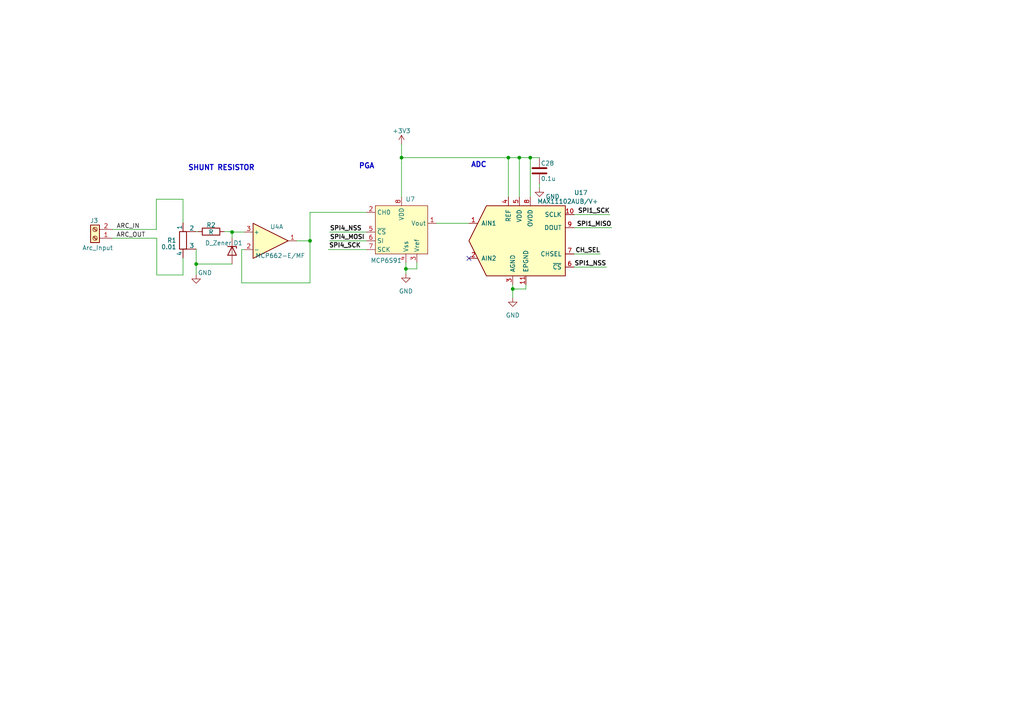
<source format=kicad_sch>
(kicad_sch (version 20230121) (generator eeschema)
  (paper "A4")
  (lib_symbols
    (symbol "Amplifier_Operational:MCP6L02x-xSN" (pin_names (offset 0.127))
      (property "Reference" "U" (at 2.54 6.35 0))
      (property "Value" "MCP6L02x-xSN" (at 2.54 3.81 0))
      (symbol "MCP6L02x-xSN_1_1"
        (polyline (pts (xy 5.08 0) (xy -5.08 5.08) (xy -5.08 -5.08) (xy 5.08 0)) (stroke (width 0.254)) (fill (type background)))
        (pin output line (at 7.62 0 180) (length 2.54) (name "~") (number "1"))
        (pin input line (at -7.62 -2.54 0) (length 2.54) (name "-") (number "2"))
        (pin input line (at -7.62 2.54 0) (length 2.54) (name "+") (number "3"))
      )
      (symbol "MCP6L02x-xSN_2_1"
        (polyline (pts (xy 5.08 0) (xy -5.08 5.08) (xy -5.08 -5.08) (xy 5.08 0)) (stroke (width 0.254)) (fill (type background)))
        (pin input line (at -7.62 2.54 0) (length 2.54) (name "+") (number "5"))
        (pin input line (at -7.62 -2.54 0) (length 2.54) (name "-") (number "6"))
        (pin output line (at 7.62 0 180) (length 2.54) (name "~") (number "7"))
      )
      (symbol "MCP6L02x-xSN_3_1"
        (pin power_in line (at 0 -7.62 90) (length 3.81) (name "V-") (number "4"))
        (pin power_in line (at 0 7.62 270) (length 3.81) (name "V+") (number "8"))
      )
    )
    (symbol "Connector:Screw_Terminal_01x02" (pin_names (offset 1.016) hide)
      (property "Reference" "J" (at 0 2.54 0))
      (property "Value" "Screw_Terminal_01x02" (at 0 -5.08 0))
      (symbol "Screw_Terminal_01x02_1_1"
        (rectangle (start -1.27 1.27) (end 1.27 -3.81) (stroke (width 0.254)) (fill (type background)))
        (circle (center 0 -2.54) (radius 0.635) (stroke (width 0.1524)))
        (polyline (pts (xy -0.5334 -2.2098) (xy 0.3302 -3.048)) (stroke (width 0.1524)))
        (polyline (pts (xy -0.5334 0.3302) (xy 0.3302 -0.508)) (stroke (width 0.1524)))
        (polyline (pts (xy -0.3556 -2.032) (xy 0.508 -2.8702)) (stroke (width 0.1524)))
        (polyline (pts (xy -0.3556 0.508) (xy 0.508 -0.3302)) (stroke (width 0.1524)))
        (circle (center 0 0) (radius 0.635) (stroke (width 0.1524)))
        (pin passive line (at -5.08 0 0) (length 3.81) (name "Pin_1") (number "1"))
        (pin passive line (at -5.08 -2.54 0) (length 3.81) (name "Pin_2") (number "2"))
      )
    )
    (symbol "Device:C" (pin_numbers hide) (pin_names (offset 0.254))
      (property "Reference" "C" (at 0.635 2.54 0))
      (property "Value" "C" (at 0.635 -2.54 0))
      (symbol "C_0_1"
        (polyline (pts (xy -2.032 -0.762) (xy 2.032 -0.762)) (stroke (width 0.508)))
        (polyline (pts (xy -2.032 0.762) (xy 2.032 0.762)) (stroke (width 0.508)))
      )
      (symbol "C_1_1"
        (pin passive line (at 0 3.81 270) (length 2.794) (name "~") (number "1"))
        (pin passive line (at 0 -3.81 90) (length 2.794) (name "~") (number "2"))
      )
    )
    (symbol "Device:D_Zener" (pin_numbers hide) (pin_names (offset 1.016) hide)
      (property "Reference" "D" (at 0 2.54 0))
      (property "Value" "D_Zener" (at 0 -2.54 0))
      (symbol "D_Zener_0_1"
        (polyline (pts (xy 1.27 0) (xy -1.27 0)))
        (polyline (pts (xy -1.27 -1.27) (xy -1.27 1.27) (xy -0.762 1.27)) (stroke (width 0.254)))
        (polyline (pts (xy 1.27 -1.27) (xy 1.27 1.27) (xy -1.27 0) (xy 1.27 -1.27)) (stroke (width 0.254)))
      )
      (symbol "D_Zener_1_1"
        (pin passive line (at -3.81 0 0) (length 2.54) (name "K") (number "1"))
        (pin passive line (at 3.81 0 180) (length 2.54) (name "A") (number "2"))
      )
    )
    (symbol "Device:R" (pin_numbers hide) (pin_names (offset 0))
      (property "Reference" "R" (at 2.032 0 90))
      (property "Value" "R" (at 0 0 90))
      (symbol "R_0_1"
        (rectangle (start -1.016 -2.54) (end 1.016 2.54) (stroke (width 0.254)))
      )
      (symbol "R_1_1"
        (pin passive line (at 0 3.81 270) (length 1.27) (name "~") (number "1"))
        (pin passive line (at 0 -3.81 90) (length 1.27) (name "~") (number "2"))
      )
    )
    (symbol "Device:R_Shunt" (pin_numbers hide) (pin_names (offset 0))
      (property "Reference" "R" (at -4.445 0 90))
      (property "Value" "R_Shunt" (at -2.54 0 90))
      (symbol "R_Shunt_0_1"
        (rectangle (start -1.016 -2.54) (end 1.016 2.54) (stroke (width 0.254)))
        (polyline (pts (xy 0 -2.54) (xy 1.27 -2.54)))
        (polyline (pts (xy 1.27 2.54) (xy 0 2.54)))
      )
      (symbol "R_Shunt_1_1"
        (pin passive line (at 0 5.08 270) (length 2.54) (name "1") (number "1"))
        (pin passive line (at 3.81 2.54 180) (length 2.54) (name "2") (number "2"))
        (pin passive line (at 3.81 -2.54 180) (length 2.54) (name "3") (number "3"))
        (pin passive line (at 0 -5.08 90) (length 2.54) (name "4") (number "4"))
      )
    )
    (symbol "my_witch_symbols:MAX11102AUB/V+" (pin_names (offset 1.016))
      (property "Reference" "U" (at -6.35 11.43 0))
      (property "Value" "MAX11102AUB/V+" (at 23.495 11.43 0))
      (symbol "MAX11102AUB/V+_0_1"
        (polyline (pts (xy 15.24 10.16) (xy -7.62 10.16) (xy -12.7 0) (xy -7.62 -10.16) (xy 15.24 -10.16) (xy 15.24 10.16)) (stroke (width 0.254)) (fill (type background)))
      )
      (symbol "MAX11102AUB/V+_1_1"
        (pin passive line (at -12.7 5.08 0) (length 2.54) (name "AIN1") (number "1"))
        (pin input line (at 17.78 7.62 180) (length 2.54) (name "SCLK") (number "10"))
        (pin power_in line (at 3.81 -12.7 90) (length 2.54) (name "EPGND") (number "11"))
        (pin passive line (at -12.7 -5.08 0) (length 2.54) (name "AIN2") (number "2"))
        (pin power_in line (at 0 -12.7 90) (length 2.54) (name "AGND") (number "3"))
        (pin power_in line (at -1.27 12.7 270) (length 2.54) (name "REF") (number "4"))
        (pin power_in line (at 1.905 12.7 270) (length 2.54) (name "VDD") (number "5"))
        (pin input line (at 17.78 -7.62 180) (length 2.54) (name "~{CS}") (number "6"))
        (pin input line (at 17.78 -3.81 180) (length 2.54) (name "CHSEL") (number "7"))
        (pin power_in line (at 5.08 12.7 270) (length 2.54) (name "OVDD") (number "8"))
        (pin output line (at 17.78 3.81 180) (length 2.54) (name "DOUT") (number "9"))
      )
    )
    (symbol "my_witch_symbols:MCP6S91"
      (property "Reference" "U" (at 4.445 8.255 0))
      (property "Value" "MCP6S91" (at -5.08 -8.255 0))
      (symbol "MCP6S91_0_1"
        (rectangle (start -7.62 6.985) (end 7.62 -6.985) (fill (type background)))
      )
      (symbol "MCP6S91_1_1"
        (pin output line (at 10.16 1.905 180) (length 2.54) (name "Vout") (number "1"))
        (pin input line (at -10.16 5.08 0) (length 2.54) (name "CH0") (number "2"))
        (pin power_in line (at 4.445 -9.525 90) (length 2.54) (name "Vref") (number "3"))
        (pin power_in line (at 1.27 -9.525 90) (length 2.54) (name "Vss") (number "4"))
        (pin input line (at -10.16 -0.635 0) (length 2.54) (name "~{CS}") (number "5"))
        (pin input line (at -10.16 -3.175 0) (length 2.54) (name "SI") (number "6"))
        (pin input line (at -10.16 -5.715 0) (length 2.54) (name "SCK") (number "7"))
        (pin power_in line (at 0 9.525 270) (length 2.54) (name "VDD") (number "8"))
      )
    )
    (symbol "power:+3V3" (power) (pin_names (offset 0))
      (property "Value" "+3V3" (at 0 3.556 0))
      (symbol "+3V3_0_1"
        (polyline (pts (xy -0.762 1.27) (xy 0 2.54)))
        (polyline (pts (xy 0 0) (xy 0 2.54)))
        (polyline (pts (xy 0 2.54) (xy 0.762 1.27)))
      )
      (symbol "+3V3_1_1"
        (pin power_in line (at 0 0 90) (length 0) hide (name "+3V3") (number "1"))
      )
    )
    (symbol "power:GND" (power) (pin_names (offset 0))
      (property "Value" "GND" (at 0 -3.81 0))
      (symbol "GND_0_1"
        (polyline (pts (xy 0 0) (xy 0 -1.27) (xy 1.27 -1.27) (xy 0 -2.54) (xy -1.27 -1.27) (xy 0 -1.27)))
      )
      (symbol "GND_1_1"
        (pin power_in line (at 0 0 270) (length 0) hide (name "GND") (number "1"))
      )
    )
  )
  (junction (at 153.797 45.72))
  (junction (at 117.729 77.978))
  (junction (at 116.459 45.72))
  (junction (at 148.717 83.82))
  (junction (at 89.916 69.85))
  (junction (at 147.447 45.72))
  (junction (at 150.622 45.72))
  (junction (at 67.31 67.31))
  (junction (at 56.896 76.581))
  (no_connect (at 136.017 74.93))
  (wire (pts (xy 45.466 79.756) (xy 53.086 79.756)))
  (wire (pts (xy 56.896 76.581) (xy 67.31 76.581)))
  (wire (pts (xy 56.896 72.263) (xy 56.896 76.581)))
  (wire (pts (xy 152.527 83.82) (xy 148.717 83.82)))
  (wire (pts (xy 95.631 69.85) (xy 106.299 69.85)))
  (wire (pts (xy 117.729 76.2) (xy 117.729 77.978)))
  (wire (pts (xy 53.086 57.785) (xy 53.086 64.643)))
  (wire (pts (xy 70.104 82.042) (xy 89.916 82.042)))
  (wire (pts (xy 116.459 41.783) (xy 116.459 45.72)))
  (wire (pts (xy 32.639 66.548) (xy 45.339 66.548)))
  (wire (pts (xy 156.464 53.34) (xy 156.464 54.483)))
  (wire (pts (xy 106.299 61.595) (xy 89.916 61.595)))
  (wire (pts (xy 126.619 64.77) (xy 136.017 64.77)))
  (wire (pts (xy 32.639 69.088) (xy 45.466 69.088)))
  (wire (pts (xy 86.106 69.85) (xy 89.916 69.85)))
  (wire (pts (xy 147.447 45.72) (xy 147.447 57.15)))
  (wire (pts (xy 166.497 73.66) (xy 174.117 73.66)))
  (wire (pts (xy 153.797 45.72) (xy 156.464 45.72)))
  (wire (pts (xy 148.717 82.55) (xy 148.717 83.82)))
  (wire (pts (xy 153.797 57.15) (xy 153.797 45.72)))
  (wire (pts (xy 89.916 61.595) (xy 89.916 69.85)))
  (wire (pts (xy 45.466 79.756) (xy 45.466 69.088)))
  (wire (pts (xy 120.904 76.2) (xy 120.904 77.978)))
  (wire (pts (xy 153.797 45.72) (xy 150.622 45.72)))
  (wire (pts (xy 95.377 72.263) (xy 95.377 72.39)))
  (wire (pts (xy 67.31 67.31) (xy 70.866 67.31)))
  (wire (pts (xy 70.104 72.39) (xy 70.104 82.042)))
  (wire (pts (xy 117.729 77.978) (xy 117.729 79.375)))
  (wire (pts (xy 89.916 69.85) (xy 89.916 82.042)))
  (wire (pts (xy 166.497 62.23) (xy 176.911 62.23)))
  (wire (pts (xy 45.339 57.785) (xy 53.086 57.785)))
  (wire (pts (xy 116.459 45.72) (xy 147.447 45.72)))
  (wire (pts (xy 70.104 72.39) (xy 70.866 72.39)))
  (wire (pts (xy 56.896 67.183) (xy 57.404 67.183)))
  (wire (pts (xy 45.339 57.785) (xy 45.339 66.548)))
  (wire (pts (xy 120.904 77.978) (xy 117.729 77.978)))
  (wire (pts (xy 150.622 57.15) (xy 150.622 45.72)))
  (wire (pts (xy 166.497 66.04) (xy 177.419 66.04)))
  (wire (pts (xy 56.896 76.581) (xy 56.896 79.629)))
  (wire (pts (xy 67.31 67.31) (xy 67.31 67.183)))
  (wire (pts (xy 106.299 72.39) (xy 95.377 72.39)))
  (wire (pts (xy 147.447 45.72) (xy 150.622 45.72)))
  (wire (pts (xy 166.497 77.47) (xy 175.895 77.47)))
  (wire (pts (xy 67.31 67.31) (xy 67.31 68.961)))
  (wire (pts (xy 116.459 45.72) (xy 116.459 57.15)))
  (wire (pts (xy 148.717 83.82) (xy 148.717 86.36)))
  (wire (pts (xy 95.631 67.31) (xy 106.299 67.31)))
  (wire (pts (xy 53.086 74.803) (xy 53.086 79.756)))
  (wire (pts (xy 65.024 67.183) (xy 67.31 67.183)))
  (wire (pts (xy 152.527 82.55) (xy 152.527 83.82)))
  (text "PGA " (at 104.013 49.149 0) (effects (font (size 1.5 1.5) (thickness 0.3) bold) (justify left bottom)))
  (text "SHUNT RESISTOR" (at 54.483 49.657 0) (effects (font (size 1.5 1.5) bold) (justify left bottom)))
  (text "ADC" (at 136.525 48.768 0) (effects (font (size 1.5 1.5) (thickness 0.3) bold) (justify left bottom)))
  (label "SPI4_MOSI" (at 95.631 69.85 0) (effects (font bold)))
  (label "SPI1_NSS" (at 175.895 77.47 180) (effects (font bold)))
  (label "CH_SEL" (at 174.117 73.66 180) (effects (font bold)))
  (label "SPI4_SCK" (at 95.377 72.263 0) (effects (font bold)))
  (label "ARC_OUT" (at 42.164 69.088 180))
  (label "ARC_IN" (at 40.513 66.548 180))
  (label "SPI1_MISO" (at 177.419 66.04 180) (effects (font bold)))
  (label "SPI4_NSS" (at 95.631 67.31 0) (effects (font bold)))
  (label "SPI1_SCK" (at 176.911 62.23 180) (effects (font bold)))
  (symbol (lib_id "power:GND") (at 117.729 79.375 0) (unit 1)
    (property "Reference" "#PWR014" (effects hide))
    (property "Value" "GND" (at 117.729 84.455 0))
    (instances (project "arcus_detector" (path "" (reference "#PWR014") (unit 1)) (path "" (reference "#PWR065") (unit 1))))
  )
  (symbol (lib_id "power:GND") (at 56.896 79.629 0) (unit 1)
    (property "Reference" "#PWR02" (effects hide))
    (property "Value" "GND" (at 59.436 79.121 0))
    (instances (project "arcus_detector" (path "" (reference "#PWR02") (unit 1)) (path "" (reference "#PWR063") (unit 1))))
  )
  (symbol (lib_id "power:+3V3") (at 116.459 41.783 0) (unit 1)
    (property "Reference" "#PWR050" (effects hide))
    (property "Value" "+3V3" (at 116.459 37.973 0))
    (instances (project "arcus_detector" (path "" (reference "#PWR050") (unit 1)) (path "" (reference "#PWR067") (unit 1))))
  )
  (symbol (lib_id "power:GND") (at 156.464 54.483 0) (mirror y) (unit 1)
    (property "Reference" "#PWR048" (effects hide))
    (property "Value" "GND" (at 160.274 57.023 0))
    (instances (project "arcus_detector" (path "" (reference "#PWR048") (unit 1)) (path "" (reference "#PWR066") (unit 1))))
  )
  (symbol (lib_id "Amplifier_Operational:MCP6L02x-xSN") (at 78.486 69.85 0) (unit 1)
    (property "Reference" "U4" (at 80.264 65.786 0))
    (property "Value" "MCP662-E/MF" (at 81.28 74.168 0))
    (property "Footprint" "Package_SO:SOIC-8_3.9x4.9mm_P1.27mm" (effects hide))
    (property "Datasheet" "http://ww1.microchip.com/downloads/en/devicedoc/22140b.pdf" (effects hide))
    (instances (project "arcus_detector" (path "" (reference "U4") (unit 1)) (path "" (reference "U11") (unit 1))))
  )
  (symbol (lib_id "Connector:Screw_Terminal_01x02") (at 27.559 69.088 180) (unit 1)
    (property "Reference" "J3" (at 27.305 64.008 0))
    (property "Value" "Arc_Input" (at 28.321 71.882 0))
    (instances (project "arcus_detector" (path "" (reference "J3") (unit 1)) (path "" (reference "J8") (unit 1))))
  )
  (symbol (lib_id "power:GND") (at 148.717 86.36 0) (unit 1)
    (property "Reference" "#PWR051" (effects hide))
    (property "Value" "GND" (at 148.717 91.44 0))
    (instances (project "arcus_detector" (path "" (reference "#PWR051") (unit 1)) (path "" (reference "#PWR068") (unit 1))))
  )
  (symbol (lib_id "Device:C") (at 156.464 49.53 0) (unit 1)
    (property "Reference" "C28" (at 156.845 47.371 0) (effects (justify left)))
    (property "Value" "0.1u" (at 156.845 51.816 0) (effects (justify left)))
    (instances (project "arcus_detector" (path "" (reference "C28") (unit 1)) (path "" (reference "C43") (unit 1))))
  )
  (symbol (lib_id "Device:D_Zener") (at 67.31 72.771 270) (unit 1)
    (property "Reference" "D1" (at 67.691 70.485 90) (effects (justify left)))
    (property "Value" "D_Zener" (at 59.436 70.485 90) (effects (justify left)))
    (instances (project "arcus_detector" (path "" (reference "D1") (unit 1)) (path "" (reference "D2") (unit 1))))
  )
  (symbol (lib_id "my_witch_symbols:MCP6S91") (at 116.459 66.675 0) (unit 1)
    (property "Reference" "U7" (at 118.999 57.785 0))
    (property "Value" "MCP6S91" (at 112.014 75.565 0))
    (property "Datasheet" "https://ww1.microchip.com/downloads/aemDocuments/documents/OTH/ProductDocuments/DataSheets/21908a.pdf" (effects hide))
    (instances (project "arcus_detector" (path "" (reference "U7") (unit 1)) (path "" (reference "U13") (unit 1))))
  )
  (symbol (lib_id "Device:R_Shunt") (at 53.086 69.723 0) (unit 1)
    (property "Reference" "R1" (at 51.181 69.723 0) (effects (justify right)))
    (property "Value" "0.01" (at 51.181 71.628 0) (effects (justify right)))
    (instances (project "arcus_detector" (path "" (reference "R1") (unit 1)) (path "" (reference "R38") (unit 1))))
  )
  (symbol (lib_id "my_witch_symbols:MAX11102AUB/V+") (at 148.717 69.85 0) (unit 1)
    (property "Reference" "U17" (at 166.497 55.88 0) (effects (justify left)))
    (property "Value" "MAX11102AUB/V+" (at 155.829 58.42 0) (effects (justify left)))
    (property "Datasheet" "https://www.analog.com/media/en/technical-documentation/data-sheets/max11102-max11117.pdf" (effects hide))
    (instances (project "arcus_detector" (path "" (reference "U17") (unit 1)) (path "" (reference "U14") (unit 1))))
  )
  (symbol (lib_id "Device:R") (at 61.214 67.183 90) (unit 1)
    (property "Reference" "R2" (at 61.214 65.278 90))
    (property "Value" "R" (at 61.214 67.31 90))
    (instances (project "arcus_detector" (path "" (reference "R2") (unit 1)) (path "" (reference "R39") (unit 1))))
  )
)
</source>
